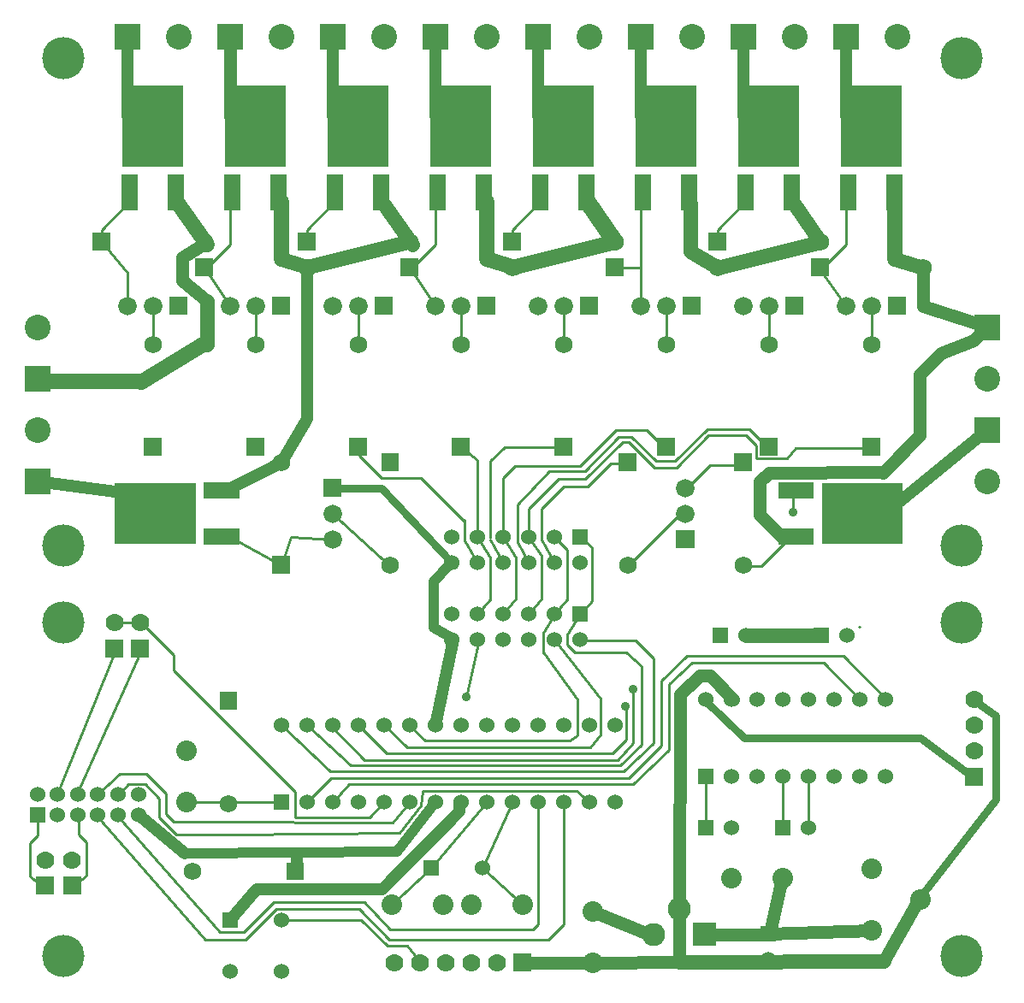
<source format=gtl>
G04 start of page 2 for group 0 idx 0 *
G04 Title: (unknown), top *
G04 Creator: pcb 20110918 *
G04 CreationDate: Mon 05 May 2014 13:40:42 GMT UTC *
G04 For: ksarkies *
G04 Format: Gerber/RS-274X *
G04 PCB-Dimensions: 390000 390000 *
G04 PCB-Coordinate-Origin: lower left *
%MOIN*%
%FSLAX25Y25*%
%LNTOP*%
%ADD39C,0.0280*%
%ADD38C,0.0590*%
%ADD37C,0.0394*%
%ADD36C,0.1140*%
%ADD35C,0.0280*%
%ADD34C,0.0380*%
%ADD33C,0.0420*%
%ADD32C,0.0360*%
%ADD31R,0.0630X0.0630*%
%ADD30R,0.2362X0.2362*%
%ADD29C,0.0800*%
%ADD28C,0.1000*%
%ADD27C,0.1650*%
%ADD26C,0.0700*%
%ADD25C,0.0680*%
%ADD24C,0.0720*%
%ADD23C,0.0800*%
%ADD22C,0.0900*%
%ADD21C,0.0001*%
%ADD20C,0.0200*%
%ADD19C,0.0350*%
%ADD18C,0.0650*%
%ADD17C,0.0600*%
%ADD16C,0.0400*%
%ADD15C,0.0450*%
%ADD14C,0.0300*%
%ADD13C,0.0550*%
%ADD12C,0.0500*%
%ADD11C,0.0100*%
G54D11*X352500Y40300D02*Y40900D01*
Y40300D02*Y40900D01*
Y40300D01*
G54D12*X339700Y17900D01*
G54D11*X295800Y29200D02*Y30700D01*
G54D12*X294800Y28700D02*X294300D01*
X294800D02*X294300D01*
X294800D02*X294300Y28200D01*
X270000Y28500D02*X294300Y28200D01*
X335000Y30000D02*X294800Y28700D01*
G54D11*X295299Y17700D02*X294300Y17200D01*
Y17700D02*X295299D01*
X294300Y17200D02*Y17700D01*
X295299D02*X260100Y17800D01*
G54D13*X339700Y17900D02*X260100Y17800D01*
G54D12*Y17600D02*X227000Y17500D01*
G54D11*X310500Y90000D02*Y70000D01*
X300500Y90000D02*Y70000D01*
G54D14*X354100Y104900D02*X285500Y105000D01*
G54D11*X375000Y98500D02*X375500D01*
X375000D02*X375500D01*
X375000Y100000D02*Y98500D01*
Y100000D02*Y98500D01*
G54D14*Y89500D02*X354100Y104900D01*
G54D11*X375000Y89500D02*Y88500D01*
Y89500D01*
Y90000D02*Y89500D01*
Y110000D02*Y108500D01*
Y110000D02*Y108500D01*
X375500D01*
X375000D02*X375500D01*
G54D14*Y119500D02*X383400Y113700D01*
X383500Y81000D02*X383400Y113700D01*
X383500Y81000D02*X352500Y40900D01*
G54D12*X260000Y37000D02*X260500Y121500D01*
G54D14*X270500Y120000D02*Y119500D01*
G54D11*Y90000D02*Y70000D01*
G54D14*X285500Y105000D02*X270500Y119500D01*
G54D11*X249500Y28000D02*X250000Y25000D01*
G54D12*X295800Y30700D02*X300000Y50500D01*
X260100Y17600D02*X260000Y38500D01*
G54D11*X325945Y315500D02*X325000D01*
G54D15*Y378500D02*Y347437D01*
X285000Y378500D02*Y347437D01*
X245000Y378500D02*Y347437D01*
X205000Y378500D02*Y347437D01*
G54D16*X184055Y313971D02*X185055D01*
G54D11*X205945D02*X195000Y303026D01*
Y298500D02*Y303026D01*
G54D17*X185055Y313971D02*X185000Y291577D01*
G54D11*X195000Y290500D02*X190100D01*
G54D17*X235000Y298500D02*X195000Y288500D01*
G54D11*Y290500D01*
G54D18*X224055Y314500D02*X235000Y298500D01*
G54D11*X195000Y288500D02*X196000D01*
X215000Y273500D02*Y258500D01*
X175000Y273500D02*Y258500D01*
G54D17*X196000Y288500D02*X185000Y291577D01*
G54D16*Y292000D01*
G54D11*X186500Y175500D02*Y159000D01*
X191500Y183500D02*X192000Y182500D01*
X196500Y175500D02*X192000Y182500D01*
X191500Y173500D02*X186500Y182500D01*
X181500Y173500D02*X176500Y182000D01*
X186500Y175500D02*X181500Y183500D01*
G54D16*X170500Y172500D02*X164500Y166000D01*
G54D11*X196500Y159500D02*X191500Y153500D01*
X186500Y159000D02*X181500Y153500D01*
G54D16*X164500Y148000D02*X171500Y144000D01*
G54D15*X174500Y80000D02*Y76500D01*
G54D11*X186500Y183000D02*Y213000D01*
X192000Y218500D01*
X196000Y211000D02*X191500Y206500D01*
Y181300D02*Y206500D01*
X197000Y181500D02*X201500Y173500D01*
X211500Y183500D02*X216500Y178500D01*
X197000Y196000D02*Y181500D01*
X201500Y183500D02*Y194500D01*
X192000Y218500D02*X214500D01*
X221500Y211000D02*X196000D01*
X206500Y192500D02*Y182350D01*
X221500Y153500D02*X216500Y145500D01*
Y141500D01*
X219500Y138500D01*
X239500D01*
X221500Y143000D02*X243000D01*
X211500Y153000D02*X207000Y146000D01*
X245945Y312500D02*X245000D01*
Y288500D02*X235000D01*
X245000Y312500D02*Y273500D01*
Y277100D01*
Y288500D02*Y286029D01*
X295000Y273500D02*Y258500D01*
X255000Y273500D02*Y258500D01*
X285945Y313971D02*X275000Y303026D01*
Y298500D02*Y303026D01*
G54D13*Y288500D02*X264445Y294529D01*
X264500Y313500D02*X264445Y294529D01*
G54D11*X295000Y218500D02*X294000D01*
X305500Y218000D02*X302000Y214000D01*
X293000D01*
X290000D02*Y219000D01*
X293000Y214000D02*X290000D01*
X295500Y218500D02*X294500D01*
X335000Y218000D02*X305500D01*
X294500Y218500D02*X287500Y225500D01*
X290000Y219000D02*X286000Y223000D01*
G54D12*X353900Y223100D02*X339400Y208500D01*
G54D15*X380000Y225000D02*X340000Y192500D01*
G54D12*X353900Y246700D02*Y223100D01*
X362200Y254900D02*X353900Y246700D01*
X374900Y259900D02*X362200Y254900D01*
X339600Y208600D02*X295000Y208500D01*
G54D11*X325000Y297500D02*X316000Y288500D01*
X315000D02*Y287500D01*
G54D19*X304055Y314500D02*X304000D01*
G54D11*X325000Y297500D02*Y315500D01*
X315000Y287500D02*X325000Y273500D01*
X335000D02*Y258500D01*
G54D13*X315000Y298500D02*X275000Y288500D01*
X304000Y314500D02*X315000Y298500D01*
X355000Y288500D02*X344000Y291577D01*
G54D17*X344055Y313971D02*X344000Y291577D01*
G54D11*X342000Y292500D01*
G54D12*X355000Y288000D02*Y273500D01*
G54D11*X381100Y265100D02*X380100D01*
X379900Y264700D02*X379700D01*
G54D12*X374900Y259900D01*
X355000Y273500D02*X381100Y265100D01*
G54D11*X226000Y179500D02*Y158500D01*
X216500Y178500D02*Y159000D01*
X226000Y179500D02*X221500Y183500D01*
X223500Y206000D02*X213000D01*
X224500Y203000D02*X215000D01*
X206500Y176000D02*X201500Y183500D01*
X209500Y209000D02*X197000Y196000D01*
X213000Y206000D02*X201500Y194500D01*
X215000Y203000D02*X206500Y194500D01*
Y191500D01*
X196500Y175500D02*Y159500D01*
X206500Y176000D02*Y159500D01*
Y182350D02*X211500Y173500D01*
X212000Y173000D01*
X226000Y158500D02*X221500Y153500D01*
X206500Y159500D02*X202000Y154000D01*
X201500Y153500D02*Y154000D01*
X202000D01*
X211500Y153500D02*X216500Y159000D01*
X214500Y218500D02*X215000Y218000D01*
X235500Y225000D02*X221500Y211000D01*
X223500Y209000D02*X209500D01*
X236500Y222500D02*X223500Y209000D01*
X238000Y220500D02*X223500Y206000D01*
X233500Y212000D02*X224500Y203000D01*
X287500Y225500D02*X271000D01*
X286000Y223000D02*X271500D01*
X271000Y225500D02*X258500Y213000D01*
X271500Y223000D02*X259000Y210500D01*
X272000Y211500D02*X263000Y202500D01*
X262500Y192500D02*X260500D01*
X247500Y225000D02*X235500D01*
X254000Y218500D02*X247500Y225000D01*
X251000Y213000D02*X241500Y222500D01*
X236500D01*
X240500Y220500D02*X238000D01*
X250500Y210500D02*X240500Y220500D01*
X240000Y212000D02*X233500D01*
X284500Y211500D02*X272000D01*
X255000Y218500D02*X254000D01*
X258500Y213000D02*X251000D01*
X259000Y210500D02*X250500D01*
X260500Y192500D02*X240000Y172000D01*
X285000D02*X292000D01*
X303500Y183500D01*
G54D12*X295000Y208500D02*X291500Y205000D01*
Y192000D01*
X300000Y183500D01*
G54D11*X304500Y200000D02*Y193500D01*
X242000Y87000D02*X256000Y100500D01*
X240500Y89500D02*X253000Y102000D01*
X245500Y133000D02*Y102500D01*
X239500Y138500D02*X245500Y133000D01*
X243000Y143000D02*X250000Y136000D01*
Y103000D01*
X253000Y102000D02*Y127500D01*
X256000Y100500D02*Y126000D01*
X265000Y134500D01*
X253000Y127500D02*X263000Y137000D01*
X330500Y148500D02*X330000D01*
X324000Y137000D02*X340500Y120500D01*
X316500Y134500D02*X330500Y120000D01*
G54D13*X315500Y145000D02*X286000D01*
G54D11*X263000Y137000D02*X324000D01*
G54D12*X272000Y129500D02*X281000Y120000D01*
X268000Y129500D02*X272000D01*
G54D11*X265000Y134500D02*X316500D01*
G54D12*X260500Y122000D02*X268000Y129500D01*
G54D11*X80100Y67374D02*X85500Y67500D01*
G54D19*X85592Y201500D02*X84063Y201555D01*
X85592D02*Y201500D01*
G54D11*Y183500D02*X85063Y183445D01*
X85592D02*Y183500D01*
G54D15*X105063Y212500D02*X84063Y201555D01*
G54D11*X105000Y80000D02*X68000D01*
X110500Y83100D02*Y84100D01*
X110400D01*
X63000Y72500D02*X72500D01*
X46500Y87000D02*X45500D01*
X42000Y83500D01*
G54D15*X47700Y200000D02*X10000Y205000D01*
G54D17*X50300Y243900D02*X10000Y244000D01*
G54D11*X50000Y74500D02*Y75000D01*
X60000Y83500D02*Y75500D01*
X57500Y81500D02*Y74000D01*
X42000Y91000D02*X52500D01*
X60000Y83500D01*
X46000Y87000D02*X52000D01*
X57500Y81500D01*
X60000Y75500D02*X63000Y72500D01*
X57500Y74000D02*X64000Y67500D01*
X71000D01*
X70500D01*
G54D16*X164500Y166000D02*Y148000D01*
G54D11*X135500Y218000D02*Y215000D01*
X144000Y206500D01*
X159500D01*
X50000Y150000D02*X50500Y150500D01*
X40000Y150000D02*X50000D01*
X105000Y172500D02*X85063Y183445D01*
X108937Y183500D02*X105000Y172500D01*
X125000Y182500D02*X108937Y183500D01*
X110400Y84100D02*X63000Y131500D01*
Y137500D01*
X50500Y150000D01*
X50000Y138500D02*X25500Y83500D01*
X40000Y138500D02*X17800Y83300D01*
X226500Y34000D02*Y37500D01*
X220000Y84500D02*X225000Y80000D01*
X205000D02*Y32500D01*
X215000Y80000D02*Y32500D01*
X183500Y54500D02*X199000Y40000D01*
X226500Y37500D02*Y34000D01*
X242000Y87000D02*X131500D01*
X195000Y80000D02*X183500Y54500D01*
X220000Y84500D02*X160000D01*
X159600Y78600D02*X151200Y67900D01*
X185000Y80000D02*X163500Y54500D01*
G54D16*X165000Y80000D02*X150300Y60800D01*
G54D15*X174500Y76500D02*X144500Y46000D01*
G54D11*X238500Y92000D02*X124000D01*
X163500Y54500D02*X148000Y40000D01*
G54D15*X172000Y143500D02*X165000Y110000D01*
G54D11*X161000Y104000D02*X155500Y109500D01*
X171000Y143000D02*X171500Y143500D01*
Y144000D01*
X171000D01*
X225500Y101500D02*X154000D01*
X237000Y94500D02*X132000D01*
X217500Y104000D02*X161000D01*
X137500Y96500D02*X236000D01*
X234000Y99000D02*X146000D01*
X124500Y89500D02*X240500D01*
X177000Y121000D02*X182000Y143500D01*
X229500Y120500D02*X211500Y143500D01*
X207500Y138000D02*X220500Y120000D01*
X207000Y146000D02*Y138000D01*
X245500Y102500D02*X237000Y94500D01*
X250000Y103000D02*X238500Y92000D01*
X236000Y96500D02*X242000Y103000D01*
X229500Y120500D02*Y106500D01*
X242000Y103000D02*Y124500D01*
X220500Y120000D02*Y106000D01*
X217500Y104000D01*
X229500Y106500D02*X225500Y101500D01*
X239500Y117500D02*Y112500D01*
Y104500D01*
X234000Y99000D01*
G54D12*X249500Y28000D02*X226500Y37500D01*
G54D11*X250000Y28500D02*Y25000D01*
G54D12*X227000Y17500D02*X226500D01*
X227000D01*
X226500D02*X199000D01*
X227000D02*X226500D01*
G54D11*X205000Y32500D02*X203000Y30500D01*
X209000Y26500D02*X215000Y32500D01*
X203000Y30500D02*X147500D01*
X147000Y26500D02*X209000D01*
X136000Y34000D02*X146500Y24000D01*
X154000D01*
X159500Y17500D01*
X147500Y172000D02*X125000Y192500D01*
G54D14*Y202500D02*X144000D01*
G54D11*X181500Y183500D02*Y213500D01*
X176500Y190000D02*Y182000D01*
G54D14*X172500Y172500D02*X144000Y202500D01*
G54D11*X159500Y206500D02*X176500Y189500D01*
G54D15*X115000Y229500D02*X105000Y212500D01*
G54D11*X175000Y218500D02*X181500Y213500D01*
G54D15*X115000Y287500D02*Y229500D01*
G54D11*Y288500D02*X114000D01*
X135000Y273500D02*Y258500D01*
G54D13*X154000Y298500D02*X114000Y288500D01*
X116000D02*X105000Y291577D01*
G54D11*X85000Y297500D02*X76000Y288500D01*
X95000Y273500D02*Y258500D01*
X75000Y288500D02*X85000Y273500D01*
X55000D02*Y258500D01*
G54D12*X66500Y292500D02*Y283500D01*
X76000Y275500D01*
G54D20*X114000Y288500D02*X110100D01*
G54D11*X116000D02*X114000D01*
G54D16*X104055Y313971D02*X105055D01*
X105000Y291577D02*X104500Y292500D01*
G54D11*X125945Y313971D02*X115000Y303026D01*
Y298500D01*
G54D17*X105055Y313971D02*X105000Y291577D01*
G54D12*X76000Y298500D02*X66500Y292500D01*
G54D17*X76000Y259500D02*X50600Y243600D01*
G54D13*X76000Y275500D02*Y258500D01*
G54D11*X165000Y297500D02*X156000Y288500D01*
X155000Y297500D02*X156000D01*
X155000Y298500D02*Y297500D01*
Y298500D02*X154000D01*
X165945Y315500D02*X165000D01*
Y297500D02*Y315500D01*
G54D19*X144055Y314500D02*X144000D01*
G54D11*X155000Y288500D02*X165000Y273500D01*
G54D13*X144000Y314500D02*X156000Y297500D01*
G54D15*X165000Y378500D02*Y347437D01*
X125000Y378500D02*Y347437D01*
G54D12*X85000Y378500D02*Y347437D01*
G54D15*X45000Y378500D02*Y347437D01*
G54D11*Y286500D02*Y273500D01*
G54D19*X75000Y297500D02*X76000D01*
X75000Y298500D02*Y297500D01*
X64055Y314500D02*X64000D01*
G54D11*X85945Y315500D02*X85000D01*
Y297500D02*Y315500D01*
G54D17*X64000Y314500D02*X76000Y297500D01*
G54D11*X45945Y313971D02*X35000Y303026D01*
Y298500D01*
X45000Y286500D02*X35000Y298500D01*
X151200Y67900D02*X85500Y67500D01*
X131500Y87000D02*X125000Y80000D01*
X160000Y84500D02*X159600Y78600D01*
X155000Y80000D02*X148500Y72000D01*
X139500Y74000D02*X145000Y80000D01*
X148500Y72000D02*X72000Y72500D01*
X139500Y74000D02*X110500D01*
X105000Y110000D02*X124000Y92000D01*
X145000Y110000D02*X154000Y101500D01*
X115000Y110000D02*X132000Y94500D01*
X125000Y109500D02*Y109000D01*
X137500Y96500D01*
X146000Y99000D02*X135000Y110000D01*
X115000Y80000D02*X124500Y89500D01*
X110500Y74000D02*Y83500D01*
G54D15*X144500Y46000D02*X95500D01*
G54D11*X137500Y41000D02*X102000D01*
X90500Y29500D01*
X91000Y26500D02*X103000Y38500D01*
X135500D01*
X105000Y34000D02*X136000D01*
X147500Y30500D02*X137500Y41000D01*
X135500Y38500D02*X147000Y26500D01*
G54D15*X111000Y53500D02*Y60000D01*
G54D16*X150300Y60800D02*X67000Y60000D01*
G54D11*X41500Y74500D02*X81000Y29500D01*
X80100Y67374D02*X70500Y67500D01*
X33500Y74500D02*X75500Y26500D01*
G54D15*X95500Y46000D02*X85000Y34000D01*
G54D11*X90500Y29500D02*X81000D01*
X75500Y26500D02*X91000D01*
G54D15*X67500Y60000D02*X49370Y75000D01*
G54D11*X42000Y91000D02*X33622Y82874D01*
Y75000D02*Y74500D01*
X34000D01*
X10000Y75000D02*Y67000D01*
X7000Y64000D01*
Y51000D01*
X26000Y74500D02*Y67500D01*
X29000Y64500D01*
Y51500D01*
X24000Y47500D01*
X7000Y51000D02*X13000Y46500D01*
G54D21*G36*
X265500Y33000D02*Y24000D01*
X274500D01*
Y33000D01*
X265500D01*
G37*
G54D22*X260000Y38500D03*
G54D21*G36*
X291800Y31700D02*Y25700D01*
X297800D01*
Y31700D01*
X291800D01*
G37*
G54D17*X294800Y18700D03*
G54D22*X250000Y28500D03*
G54D23*X226500Y17500D03*
Y37500D03*
X280500Y50500D03*
X300500D03*
G54D24*X325000Y273500D03*
G54D21*G36*
X301400Y277100D02*Y269900D01*
X308600D01*
Y277100D01*
X301400D01*
G37*
G54D24*X295000Y273500D03*
G54D25*Y258500D03*
X315000Y298500D03*
G54D21*G36*
X311600Y291900D02*Y285100D01*
X318400D01*
Y291900D01*
X311600D01*
G37*
G54D24*X285000Y273500D03*
G54D21*G36*
X261400Y277100D02*Y269900D01*
X268600D01*
Y277100D01*
X261400D01*
G37*
G36*
X271600Y301900D02*Y295100D01*
X278400D01*
Y301900D01*
X271600D01*
G37*
G54D25*X275000Y288500D03*
G54D21*G36*
X331600Y221900D02*Y215100D01*
X338400D01*
Y221900D01*
X331600D01*
G37*
G36*
X291600D02*Y215100D01*
X298400D01*
Y221900D01*
X291600D01*
G37*
G36*
X251600D02*Y215100D01*
X258400D01*
Y221900D01*
X251600D01*
G37*
G54D24*X255000Y273500D03*
X245000D03*
G54D25*X255000Y258500D03*
G54D21*G36*
X231600Y291900D02*Y285100D01*
X238400D01*
Y291900D01*
X231600D01*
G37*
G54D25*X235000Y298500D03*
G54D21*G36*
X236600Y215900D02*Y209100D01*
X243400D01*
Y215900D01*
X236600D01*
G37*
G36*
X281600D02*Y209100D01*
X288400D01*
Y215900D01*
X281600D01*
G37*
G36*
X218500Y156500D02*Y150500D01*
X224500D01*
Y156500D01*
X218500D01*
G37*
G54D17*X221500Y143500D03*
X211500Y153500D03*
Y143500D03*
X201500Y153500D03*
Y143500D03*
X191500Y153500D03*
Y143500D03*
X181500Y153500D03*
Y143500D03*
X171500Y153500D03*
Y143500D03*
G54D25*X240000Y172500D03*
G54D21*G36*
X258900Y186100D02*Y178900D01*
X266100D01*
Y186100D01*
X258900D01*
G37*
G54D24*X262500Y192500D03*
Y202500D03*
G54D25*X285000Y172500D03*
G54D21*G36*
X267500Y73000D02*Y67000D01*
X273500D01*
Y73000D01*
X267500D01*
G37*
G54D17*X280500Y70000D03*
G54D21*G36*
X267500Y93000D02*Y87000D01*
X273500D01*
Y93000D01*
X267500D01*
G37*
G54D17*X280500Y90000D03*
X290500D03*
X300500D03*
X310500D03*
X320500D03*
X330500D03*
Y120000D03*
X320500D03*
X325500Y145000D03*
X310500Y120000D03*
Y70000D03*
G54D21*G36*
X312500Y148000D02*Y142000D01*
X318500D01*
Y148000D01*
X312500D01*
G37*
G54D17*X300500Y120000D03*
G54D21*G36*
X297500Y73000D02*Y67000D01*
X303500D01*
Y73000D01*
X297500D01*
G37*
G54D17*X290500Y120000D03*
X280500D03*
X270500D03*
G54D21*G36*
X273000Y148000D02*Y142000D01*
X279000D01*
Y148000D01*
X273000D01*
G37*
G54D17*X286000Y145000D03*
G54D21*G36*
X160500Y57500D02*Y51500D01*
X166500D01*
Y57500D01*
X160500D01*
G37*
G54D17*X183500Y54500D03*
X155000Y80000D03*
X165000D03*
G54D23*X168000Y40000D03*
G54D26*X169000Y17500D03*
X159000D03*
G54D23*X179000Y40000D03*
G54D26*Y17500D03*
G54D23*X199000Y40000D03*
G54D21*G36*
X195500Y21000D02*Y14000D01*
X202500D01*
Y21000D01*
X195500D01*
G37*
G54D26*X189000Y17500D03*
G54D21*G36*
X82000Y37000D02*Y31000D01*
X88000D01*
Y37000D01*
X82000D01*
G37*
G54D17*X105000Y34000D03*
Y14000D03*
X85000D03*
G54D21*G36*
X107100Y56400D02*Y49600D01*
X113900D01*
Y56400D01*
X107100D01*
G37*
G36*
X102000Y83000D02*Y77000D01*
X108000D01*
Y83000D01*
X102000D01*
G37*
G54D17*X115000Y80000D03*
X125000D03*
X135000D03*
X145000D03*
G54D23*X148000Y40000D03*
G54D26*X149000Y17500D03*
G54D27*X20000Y20000D03*
G54D17*X33622Y75000D03*
G54D21*G36*
X20000Y51000D02*Y44000D01*
X27000D01*
Y51000D01*
X20000D01*
G37*
G54D26*X23500Y57500D03*
G54D21*G36*
X9500Y51000D02*Y44000D01*
X16500D01*
Y51000D01*
X9500D01*
G37*
G54D26*X13000Y57500D03*
G54D17*X41496Y75000D03*
X49370D03*
X175000Y80000D03*
X185000D03*
X195000D03*
X205000D03*
X215000D03*
X225000D03*
X235000D03*
Y110000D03*
X225000D03*
X215000D03*
X205000D03*
X195000D03*
X185000D03*
X175000D03*
X165000D03*
X155000D03*
X145000D03*
X135000D03*
X125000D03*
X115000D03*
X105000D03*
G54D23*X68000Y100000D03*
G54D21*G36*
X81100Y122900D02*Y116100D01*
X87900D01*
Y122900D01*
X81100D01*
G37*
G36*
X46500Y143500D02*Y136500D01*
X53500D01*
Y143500D01*
X46500D01*
G37*
G36*
X36500D02*Y136500D01*
X43500D01*
Y143500D01*
X36500D01*
G37*
G54D26*X50000Y150000D03*
X40000D03*
G54D27*X20000D03*
G54D23*X68000Y80000D03*
G54D25*X70500Y53000D03*
X84500Y79500D03*
G54D21*G36*
X7000Y78000D02*Y72000D01*
X13000D01*
Y78000D01*
X7000D01*
G37*
G54D17*X10000Y82874D03*
X17874Y75000D03*
Y82874D03*
X25748Y75000D03*
Y82874D03*
X33622D03*
X41496D03*
X49370D03*
G54D21*G36*
X121400Y206100D02*Y198900D01*
X128600D01*
Y206100D01*
X121400D01*
G37*
G54D24*X125000Y192500D03*
Y182500D03*
G54D21*G36*
X101600Y175900D02*Y169100D01*
X108400D01*
Y175900D01*
X101600D01*
G37*
G54D25*X105000Y212500D03*
G54D27*X20000Y180000D03*
G54D21*G36*
X5000Y250000D02*Y240000D01*
X15000D01*
Y250000D01*
X5000D01*
G37*
G54D28*X10000Y265000D03*
G54D21*G36*
X5000Y210000D02*Y200000D01*
X15000D01*
Y210000D01*
X5000D01*
G37*
G54D28*X10000Y225000D03*
G54D21*G36*
X61400Y277100D02*Y269900D01*
X68600D01*
Y277100D01*
X61400D01*
G37*
G54D24*X55000Y273500D03*
X45000D03*
G54D21*G36*
X101400Y277100D02*Y269900D01*
X108600D01*
Y277100D01*
X101400D01*
G37*
G54D24*X95000Y273500D03*
X85000D03*
G54D21*G36*
X141400Y277100D02*Y269900D01*
X148600D01*
Y277100D01*
X141400D01*
G37*
G54D24*X175000Y273500D03*
X165000D03*
X135000D03*
X125000D03*
G54D21*G36*
X71600Y291900D02*Y285100D01*
X78400D01*
Y291900D01*
X71600D01*
G37*
G54D25*X115000Y288500D03*
G54D21*G36*
X111600Y301900D02*Y295100D01*
X118400D01*
Y301900D01*
X111600D01*
G37*
G54D25*X155000Y298500D03*
G54D21*G36*
X191600Y301900D02*Y295100D01*
X198400D01*
Y301900D01*
X191600D01*
G37*
G36*
X151600Y291900D02*Y285100D01*
X158400D01*
Y291900D01*
X151600D01*
G37*
G54D25*X195000Y288500D03*
G54D21*G36*
X181400Y277100D02*Y269900D01*
X188600D01*
Y277100D01*
X181400D01*
G37*
G36*
X221400D02*Y269900D01*
X228600D01*
Y277100D01*
X221400D01*
G37*
G54D24*X215000Y273500D03*
X205000D03*
G54D21*G36*
X40000Y383500D02*Y373500D01*
X50000D01*
Y383500D01*
X40000D01*
G37*
G54D28*X65000Y378500D03*
G54D21*G36*
X80000Y383500D02*Y373500D01*
X90000D01*
Y383500D01*
X80000D01*
G37*
G54D28*X105000Y378500D03*
G54D21*G36*
X120000Y383500D02*Y373500D01*
X130000D01*
Y383500D01*
X120000D01*
G37*
G54D28*X145000Y378500D03*
G54D21*G36*
X160000Y383500D02*Y373500D01*
X170000D01*
Y383500D01*
X160000D01*
G37*
G54D27*X20000Y370000D03*
G54D21*G36*
X31600Y301900D02*Y295100D01*
X38400D01*
Y301900D01*
X31600D01*
G37*
G54D25*X75000Y298500D03*
G54D28*X185000Y378500D03*
G54D21*G36*
X200000Y383500D02*Y373500D01*
X210000D01*
Y383500D01*
X200000D01*
G37*
G54D28*X225000Y378500D03*
G54D21*G36*
X280000Y383500D02*Y373500D01*
X290000D01*
Y383500D01*
X280000D01*
G37*
G54D28*X305000Y378500D03*
G54D21*G36*
X320000Y383500D02*Y373500D01*
X330000D01*
Y383500D01*
X320000D01*
G37*
G54D28*X345000Y378500D03*
G54D21*G36*
X240000Y383500D02*Y373500D01*
X250000D01*
Y383500D01*
X240000D01*
G37*
G54D28*X265000Y378500D03*
G54D27*X370000Y370000D03*
G54D21*G36*
X211600Y221900D02*Y215100D01*
X218400D01*
Y221900D01*
X211600D01*
G37*
G54D25*X215000Y258500D03*
X175000D03*
X135000D03*
X95000D03*
X55000D03*
G54D21*G36*
X171600Y221900D02*Y215100D01*
X178400D01*
Y221900D01*
X171600D01*
G37*
G36*
X131600D02*Y215100D01*
X138400D01*
Y221900D01*
X131600D01*
G37*
G36*
X91600D02*Y215100D01*
X98400D01*
Y221900D01*
X91600D01*
G37*
G36*
X51600D02*Y215100D01*
X58400D01*
Y221900D01*
X51600D01*
G37*
G36*
X144100Y215900D02*Y209100D01*
X150900D01*
Y215900D01*
X144100D01*
G37*
G36*
X218500Y186500D02*Y180500D01*
X224500D01*
Y186500D01*
X218500D01*
G37*
G54D17*X221500Y173500D03*
X211500Y183500D03*
Y173500D03*
X201500Y183500D03*
Y173500D03*
X191500Y183500D03*
X181500D03*
X171500D03*
X191500Y173500D03*
X181500D03*
X171500D03*
G54D25*X147500Y172500D03*
G54D27*X370000Y180000D03*
G54D28*X380000Y245000D03*
G54D21*G36*
X375000Y230000D02*Y220000D01*
X385000D01*
Y230000D01*
X375000D01*
G37*
G54D28*X380000Y205000D03*
G54D21*G36*
X341400Y277100D02*Y269900D01*
X348600D01*
Y277100D01*
X341400D01*
G37*
G54D24*X335000Y273500D03*
G54D25*Y258500D03*
X355000Y288500D03*
G54D21*G36*
X375000Y270000D02*Y260000D01*
X385000D01*
Y270000D01*
X375000D01*
G37*
G54D27*X370000Y20000D03*
G54D29*X335000Y54000D03*
X354000Y41900D03*
X335000Y30000D03*
G54D17*X340500Y90000D03*
Y120000D03*
G54D21*G36*
X371500Y93500D02*Y86500D01*
X378500D01*
Y93500D01*
X371500D01*
G37*
G54D26*X375000Y100000D03*
Y110000D03*
Y120000D03*
G54D27*X370000Y150000D03*
G54D30*X52126Y192500D02*X60000D01*
G54D31*X78111Y201555D02*X85592D01*
X78111Y183445D02*X85592D01*
G54D30*X255000Y347437D02*Y339563D01*
X215000Y347437D02*Y339563D01*
X175000Y347437D02*Y339563D01*
X135000Y347437D02*Y339563D01*
G54D31*X245945Y321452D02*Y313971D01*
X224055Y321452D02*Y313971D01*
X205945Y321452D02*Y313971D01*
X184055Y321452D02*Y313971D01*
X165945Y321452D02*Y313971D01*
X144055Y321452D02*Y313971D01*
X125945Y321452D02*Y313971D01*
G54D30*X95000Y347437D02*Y339563D01*
X55000Y347437D02*Y339563D01*
G54D31*X104055Y321452D02*Y313971D01*
X85945Y321452D02*Y313971D01*
X64055Y321452D02*Y313971D01*
X45945Y321452D02*Y313971D01*
G54D30*X335000Y347437D02*Y339563D01*
G54D31*X344055Y321452D02*Y313971D01*
X325945Y321452D02*Y313971D01*
G54D30*X295000Y347437D02*Y339563D01*
G54D31*X304055Y321452D02*Y313971D01*
X285945Y321452D02*Y313971D01*
X264055Y321452D02*Y313971D01*
G54D30*X327500Y192500D02*X335374D01*
G54D31*X301908Y183445D02*X309389D01*
X301908Y201555D02*X309389D01*
G54D32*X239000Y117500D03*
X242000Y124000D03*
X304500Y193000D03*
X177000Y121000D03*
G54D20*G54D17*G54D14*G54D17*G54D19*G54D33*G54D34*G54D33*G54D34*G54D33*G54D34*G54D33*G54D34*G54D14*G54D35*G54D14*G54D35*G54D14*G54D35*G54D14*G54D35*G54D14*G54D35*G54D19*G54D35*G54D19*G54D35*G54D19*G54D35*G54D34*G54D35*G54D19*G54D35*G54D36*G54D37*G54D35*G54D37*G54D35*G54D19*G54D34*G54D35*G54D36*G54D19*G54D34*G54D37*G54D33*G54D34*G54D36*G54D38*G54D33*G54D34*G54D33*G54D38*G54D36*G54D34*G54D38*G54D36*G54D34*G54D36*G54D38*G54D33*G54D34*G54D38*G54D36*G54D39*G54D35*G54D36*M02*

</source>
